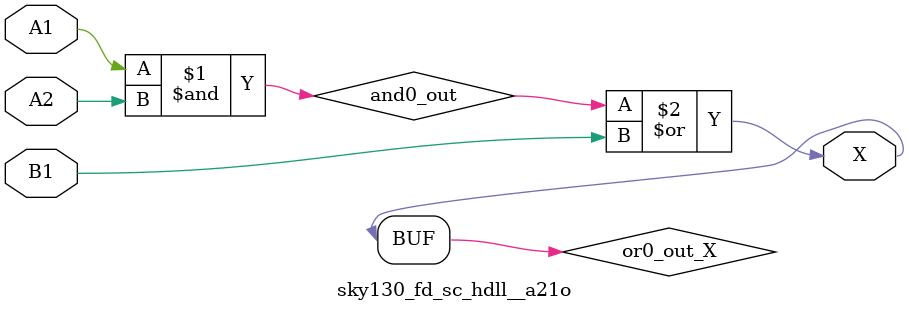
<source format=v>
/*
 * Copyright 2020 The SkyWater PDK Authors
 *
 * Licensed under the Apache License, Version 2.0 (the "License");
 * you may not use this file except in compliance with the License.
 * You may obtain a copy of the License at
 *
 *     https://www.apache.org/licenses/LICENSE-2.0
 *
 * Unless required by applicable law or agreed to in writing, software
 * distributed under the License is distributed on an "AS IS" BASIS,
 * WITHOUT WARRANTIES OR CONDITIONS OF ANY KIND, either express or implied.
 * See the License for the specific language governing permissions and
 * limitations under the License.
 *
 * SPDX-License-Identifier: Apache-2.0
*/


`ifndef SKY130_FD_SC_HDLL__A21O_FUNCTIONAL_V
`define SKY130_FD_SC_HDLL__A21O_FUNCTIONAL_V

/**
 * a21o: 2-input AND into first input of 2-input OR.
 *
 *       X = ((A1 & A2) | B1)
 *
 * Verilog simulation functional model.
 */

`timescale 1ns / 1ps
`default_nettype none

`celldefine
module sky130_fd_sc_hdll__a21o (
    X ,
    A1,
    A2,
    B1
);

    // Module ports
    output X ;
    input  A1;
    input  A2;
    input  B1;

    // Local signals
    wire and0_out ;
    wire or0_out_X;

    //  Name  Output     Other arguments
    and and0 (and0_out , A1, A2         );
    or  or0  (or0_out_X, and0_out, B1   );
    buf buf0 (X        , or0_out_X      );

endmodule
`endcelldefine

`default_nettype wire
`endif  // SKY130_FD_SC_HDLL__A21O_FUNCTIONAL_V
</source>
